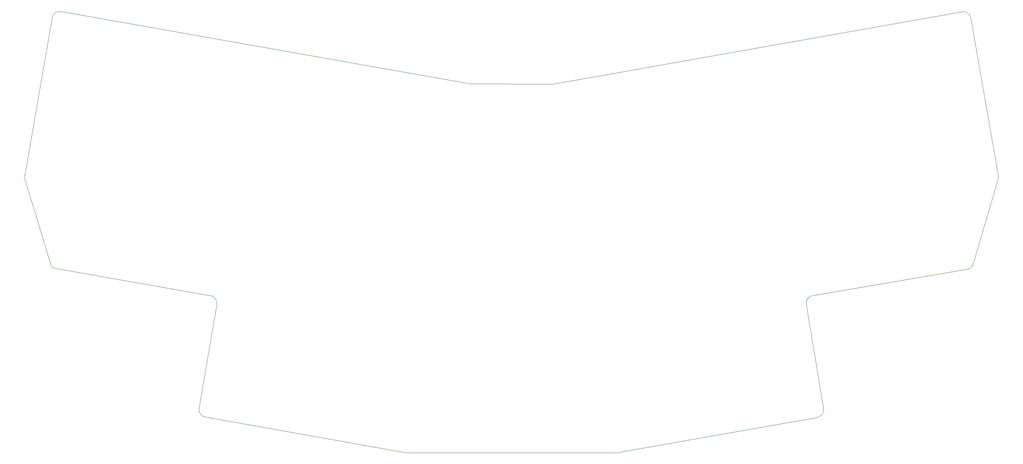
<source format=gbr>
%TF.GenerationSoftware,KiCad,Pcbnew,(6.0.4-0)*%
%TF.CreationDate,2023-01-13T14:19:43-08:00*%
%TF.ProjectId,AlphaStag,416c7068-6153-4746-9167-2e6b69636164,v1.0.0*%
%TF.SameCoordinates,Original*%
%TF.FileFunction,Profile,NP*%
%FSLAX46Y46*%
G04 Gerber Fmt 4.6, Leading zero omitted, Abs format (unit mm)*
G04 Created by KiCad (PCBNEW (6.0.4-0)) date 2023-01-13 14:19:43*
%MOMM*%
%LPD*%
G01*
G04 APERTURE LIST*
%TA.AperFunction,Profile*%
%ADD10C,0.100000*%
%TD*%
G04 APERTURE END LIST*
D10*
X23740313Y-73759688D02*
G75*
G03*
X24540312Y-74559687I899987J99988D01*
G01*
X195483878Y-80742810D02*
G75*
G03*
X193936393Y-82704314I193822J-1744090D01*
G01*
X151100000Y-116200000D02*
X196293784Y-108244060D01*
X196293784Y-108244060D02*
G75*
G03*
X197841272Y-106282580I-193784J1744060D01*
G01*
X195483881Y-80742834D02*
X230600000Y-74699999D01*
X24540312Y-74559687D02*
X59478642Y-80715426D01*
X136800000Y-33100000D02*
X118200000Y-33000000D01*
X24015426Y-18321359D02*
X17880074Y-53581783D01*
X231057167Y-18283881D02*
X237238751Y-53677629D01*
X58798642Y-108184574D02*
X103900000Y-116200000D01*
X17861249Y-54222371D02*
X23740313Y-73759688D01*
X118200000Y-33000000D02*
X25880012Y-16658397D01*
X57135684Y-106319988D02*
G75*
G03*
X58798642Y-108184574I1751216J-112012D01*
G01*
X237219903Y-54318206D02*
G75*
G03*
X237238751Y-53677629I-681103J340606D01*
G01*
X231057190Y-18283878D02*
G75*
G03*
X229095687Y-16736393I-1744090J-193822D01*
G01*
X229095687Y-16736393D02*
X136800000Y-33100000D01*
X61141604Y-82580012D02*
X57135680Y-106319988D01*
X103900000Y-116200000D02*
X151100000Y-116200000D01*
X61141615Y-82580013D02*
G75*
G03*
X59478642Y-80715426I-1751215J112013D01*
G01*
X25880013Y-16658385D02*
G75*
G03*
X24015426Y-18321359I-112013J-1751215D01*
G01*
X231399999Y-73900000D02*
X237219926Y-54318217D01*
X17880074Y-53581783D02*
G75*
G03*
X17861249Y-54222371I681166J-340587D01*
G01*
X230600000Y-74699999D02*
G75*
G03*
X231399999Y-73900000I-100000J899999D01*
G01*
X197841272Y-106282580D02*
X193936393Y-82704314D01*
M02*

</source>
